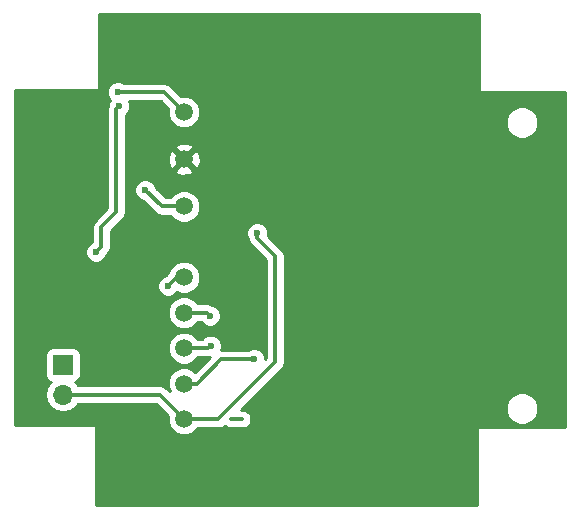
<source format=gbl>
G04 #@! TF.FileFunction,Copper,L2,Bot,Signal*
%FSLAX46Y46*%
G04 Gerber Fmt 4.6, Leading zero omitted, Abs format (unit mm)*
G04 Created by KiCad (PCBNEW 4.0.5) date 04/10/17 16:46:25*
%MOMM*%
%LPD*%
G01*
G04 APERTURE LIST*
%ADD10C,0.100000*%
%ADD11C,0.600000*%
%ADD12C,1.500000*%
%ADD13R,1.700000X1.700000*%
%ADD14O,1.700000X1.700000*%
%ADD15C,0.300000*%
%ADD16C,0.254000*%
G04 APERTURE END LIST*
D10*
D11*
X123893500Y-78506000D03*
X122893500Y-78506000D03*
X121893500Y-78506000D03*
X120893500Y-78506000D03*
X119893500Y-78506000D03*
X122806500Y-107401000D03*
X150431500Y-108267500D03*
X147828000Y-108077000D03*
X143764000Y-108077000D03*
X138684000Y-108077000D03*
X149352000Y-89344500D03*
X145605500Y-89344500D03*
X141668500Y-89344500D03*
X138684000Y-89344500D03*
X122150000Y-95750000D03*
X122650000Y-94850000D03*
X121650000Y-94850000D03*
X120647500Y-102489000D03*
X120647500Y-103718000D03*
X123317000Y-106680000D03*
X116332000Y-86487000D03*
X127508000Y-85471000D03*
X127508000Y-86995000D03*
X127508000Y-88646000D03*
X119700000Y-117300000D03*
X123700000Y-117300000D03*
X127700000Y-117300000D03*
X127700000Y-114300000D03*
X123700000Y-114300000D03*
X119700000Y-114300000D03*
X138700000Y-117300000D03*
X143700000Y-117300000D03*
X143700000Y-114300000D03*
X138700000Y-114300000D03*
X141700000Y-82300000D03*
X138700000Y-82300000D03*
X141700000Y-79300000D03*
X138700000Y-79300000D03*
X113281500Y-103083000D03*
X113281500Y-100543000D03*
X127550000Y-90150000D03*
X122425500Y-106680000D03*
X120647500Y-104902000D03*
X114170500Y-103083000D03*
X114170500Y-100543000D03*
D12*
X125000000Y-94000000D03*
X125000000Y-86000000D03*
X125000000Y-103000000D03*
X125000000Y-106000000D03*
X125000000Y-100000000D03*
X125000000Y-109000000D03*
X125000000Y-112000000D03*
X125000000Y-90000000D03*
D13*
X114742000Y-107401000D03*
D14*
X114742000Y-109941000D03*
D11*
X117550000Y-97850000D03*
X119380000Y-84328000D03*
X119507000Y-85471000D03*
X130937000Y-106934000D03*
X127254000Y-105791000D03*
X123632000Y-100733500D03*
X127199990Y-103251000D03*
X121700000Y-92600000D03*
X131191000Y-96266000D03*
D15*
X129900000Y-112000000D02*
X129000000Y-112000000D01*
X117983000Y-95758000D02*
X117983000Y-97417000D01*
X117983000Y-97417000D02*
X117550000Y-97850000D01*
X123328000Y-84328000D02*
X119380000Y-84328000D01*
X125000000Y-86000000D02*
X123328000Y-84328000D01*
X119253000Y-94488000D02*
X119253000Y-85725000D01*
X119253000Y-85725000D02*
X119507000Y-85471000D01*
X117983000Y-95758000D02*
X119253000Y-94488000D01*
X128126660Y-106934000D02*
X130937000Y-106934000D01*
X125000000Y-109000000D02*
X126060660Y-109000000D01*
X126060660Y-109000000D02*
X128126660Y-106934000D01*
X125000000Y-106000000D02*
X127045000Y-106000000D01*
X127045000Y-106000000D02*
X127254000Y-105791000D01*
X125000000Y-100000000D02*
X124365500Y-100000000D01*
X124365500Y-100000000D02*
X123632000Y-100733500D01*
X126948990Y-103000000D02*
X127199990Y-103251000D01*
X125000000Y-103000000D02*
X126948990Y-103000000D01*
X125000000Y-94000000D02*
X123100000Y-94000000D01*
X123100000Y-94000000D02*
X121700000Y-92600000D01*
X114742000Y-109941000D02*
X122941000Y-109941000D01*
X122941000Y-109941000D02*
X125000000Y-112000000D01*
X132715000Y-107188000D02*
X127903000Y-112000000D01*
X127903000Y-112000000D02*
X125000000Y-112000000D01*
X132715000Y-98214264D02*
X132715000Y-107188000D01*
X131191000Y-96266000D02*
X131191000Y-96690264D01*
X131191000Y-96690264D02*
X132715000Y-98214264D01*
X125000000Y-112000000D02*
X126060660Y-112000000D01*
D16*
G36*
X149973000Y-84200000D02*
X149981685Y-84246159D01*
X150008965Y-84288553D01*
X150050590Y-84316994D01*
X150100000Y-84327000D01*
X157290000Y-84327000D01*
X157290000Y-112673000D01*
X149900000Y-112673000D01*
X149853841Y-112681685D01*
X149811447Y-112708965D01*
X149783006Y-112750590D01*
X149773000Y-112800000D01*
X149773000Y-119290000D01*
X117527000Y-119290000D01*
X117527000Y-112600000D01*
X117518315Y-112553841D01*
X117491035Y-112511447D01*
X117449410Y-112483006D01*
X117400000Y-112473000D01*
X110710000Y-112473000D01*
X110710000Y-109941000D01*
X113227907Y-109941000D01*
X113340946Y-110509285D01*
X113662853Y-110991054D01*
X114144622Y-111312961D01*
X114712907Y-111426000D01*
X114771093Y-111426000D01*
X115339378Y-111312961D01*
X115821147Y-110991054D01*
X115998250Y-110726000D01*
X122615842Y-110726000D01*
X123615239Y-111725397D01*
X123614760Y-112274285D01*
X123825169Y-112783515D01*
X124214436Y-113173461D01*
X124723298Y-113384759D01*
X125274285Y-113385240D01*
X125783515Y-113174831D01*
X126173461Y-112785564D01*
X126173695Y-112785000D01*
X127903000Y-112785000D01*
X128203407Y-112725245D01*
X128451500Y-112559475D01*
X128699594Y-112725245D01*
X129000000Y-112785000D01*
X129900000Y-112785000D01*
X130200406Y-112725245D01*
X130455079Y-112555079D01*
X130625245Y-112300406D01*
X130685000Y-112000000D01*
X130625245Y-111699594D01*
X130455079Y-111444921D01*
X130349365Y-111374285D01*
X152214760Y-111374285D01*
X152425169Y-111883515D01*
X152814436Y-112273461D01*
X153323298Y-112484759D01*
X153874285Y-112485240D01*
X154383515Y-112274831D01*
X154773461Y-111885564D01*
X154984759Y-111376702D01*
X154985240Y-110825715D01*
X154774831Y-110316485D01*
X154385564Y-109926539D01*
X153876702Y-109715241D01*
X153325715Y-109714760D01*
X152816485Y-109925169D01*
X152426539Y-110314436D01*
X152215241Y-110823298D01*
X152214760Y-111374285D01*
X130349365Y-111374285D01*
X130200406Y-111274755D01*
X129900000Y-111215000D01*
X129798158Y-111215000D01*
X133270079Y-107743079D01*
X133440245Y-107488406D01*
X133500000Y-107188000D01*
X133500000Y-98214264D01*
X133440245Y-97913858D01*
X133270079Y-97659185D01*
X133270076Y-97659183D01*
X132107604Y-96496710D01*
X132125838Y-96452799D01*
X132126162Y-96080833D01*
X131984117Y-95737057D01*
X131721327Y-95473808D01*
X131377799Y-95331162D01*
X131005833Y-95330838D01*
X130662057Y-95472883D01*
X130398808Y-95735673D01*
X130256162Y-96079201D01*
X130255838Y-96451167D01*
X130397883Y-96794943D01*
X130434023Y-96831147D01*
X130465755Y-96990671D01*
X130635921Y-97245343D01*
X131930000Y-98539421D01*
X131930000Y-106862842D01*
X131872012Y-106920830D01*
X131872162Y-106748833D01*
X131730117Y-106405057D01*
X131467327Y-106141808D01*
X131123799Y-105999162D01*
X130751833Y-105998838D01*
X130408057Y-106140883D01*
X130399926Y-106149000D01*
X128126660Y-106149000D01*
X128116946Y-106150932D01*
X128188838Y-105977799D01*
X128189162Y-105605833D01*
X128047117Y-105262057D01*
X127784327Y-104998808D01*
X127440799Y-104856162D01*
X127068833Y-104855838D01*
X126725057Y-104997883D01*
X126507561Y-105215000D01*
X126173349Y-105215000D01*
X125785564Y-104826539D01*
X125276702Y-104615241D01*
X124725715Y-104614760D01*
X124216485Y-104825169D01*
X123826539Y-105214436D01*
X123615241Y-105723298D01*
X123614760Y-106274285D01*
X123825169Y-106783515D01*
X124214436Y-107173461D01*
X124723298Y-107384759D01*
X125274285Y-107385240D01*
X125783515Y-107174831D01*
X126173461Y-106785564D01*
X126173695Y-106785000D01*
X127045000Y-106785000D01*
X127195423Y-106755079D01*
X125954616Y-107995886D01*
X125785564Y-107826539D01*
X125276702Y-107615241D01*
X124725715Y-107614760D01*
X124216485Y-107825169D01*
X123826539Y-108214436D01*
X123615241Y-108723298D01*
X123614760Y-109274285D01*
X123776933Y-109666775D01*
X123496079Y-109385921D01*
X123241407Y-109215755D01*
X122941000Y-109156000D01*
X115998250Y-109156000D01*
X115821147Y-108890946D01*
X115779548Y-108863150D01*
X115827317Y-108854162D01*
X116043441Y-108715090D01*
X116188431Y-108502890D01*
X116239440Y-108251000D01*
X116239440Y-106551000D01*
X116195162Y-106315683D01*
X116056090Y-106099559D01*
X115843890Y-105954569D01*
X115592000Y-105903560D01*
X113892000Y-105903560D01*
X113656683Y-105947838D01*
X113440559Y-106086910D01*
X113295569Y-106299110D01*
X113244560Y-106551000D01*
X113244560Y-108251000D01*
X113288838Y-108486317D01*
X113427910Y-108702441D01*
X113640110Y-108847431D01*
X113707541Y-108861086D01*
X113662853Y-108890946D01*
X113340946Y-109372715D01*
X113227907Y-109941000D01*
X110710000Y-109941000D01*
X110710000Y-103274285D01*
X123614760Y-103274285D01*
X123825169Y-103783515D01*
X124214436Y-104173461D01*
X124723298Y-104384759D01*
X125274285Y-104385240D01*
X125783515Y-104174831D01*
X126173461Y-103785564D01*
X126173695Y-103785000D01*
X126411921Y-103785000D01*
X126669663Y-104043192D01*
X127013191Y-104185838D01*
X127385157Y-104186162D01*
X127728933Y-104044117D01*
X127992182Y-103781327D01*
X128134828Y-103437799D01*
X128135152Y-103065833D01*
X127993107Y-102722057D01*
X127730317Y-102458808D01*
X127386789Y-102316162D01*
X127311269Y-102316096D01*
X127249397Y-102274755D01*
X126948990Y-102215000D01*
X126173349Y-102215000D01*
X125785564Y-101826539D01*
X125276702Y-101615241D01*
X124725715Y-101614760D01*
X124216485Y-101825169D01*
X123826539Y-102214436D01*
X123615241Y-102723298D01*
X123614760Y-103274285D01*
X110710000Y-103274285D01*
X110710000Y-100918667D01*
X122696838Y-100918667D01*
X122838883Y-101262443D01*
X123101673Y-101525692D01*
X123445201Y-101668338D01*
X123817167Y-101668662D01*
X124160943Y-101526617D01*
X124424192Y-101263827D01*
X124425349Y-101261040D01*
X124723298Y-101384759D01*
X125274285Y-101385240D01*
X125783515Y-101174831D01*
X126173461Y-100785564D01*
X126384759Y-100276702D01*
X126385240Y-99725715D01*
X126174831Y-99216485D01*
X125785564Y-98826539D01*
X125276702Y-98615241D01*
X124725715Y-98614760D01*
X124216485Y-98825169D01*
X123826539Y-99214436D01*
X123674319Y-99581023D01*
X123456995Y-99798347D01*
X123446833Y-99798338D01*
X123103057Y-99940383D01*
X122839808Y-100203173D01*
X122697162Y-100546701D01*
X122696838Y-100918667D01*
X110710000Y-100918667D01*
X110710000Y-98035167D01*
X116614838Y-98035167D01*
X116756883Y-98378943D01*
X117019673Y-98642192D01*
X117363201Y-98784838D01*
X117735167Y-98785162D01*
X118078943Y-98643117D01*
X118342192Y-98380327D01*
X118484838Y-98036799D01*
X118484848Y-98025309D01*
X118538076Y-97972081D01*
X118538079Y-97972079D01*
X118708245Y-97717406D01*
X118768000Y-97417000D01*
X118768000Y-96083158D01*
X119808079Y-95043079D01*
X119978245Y-94788407D01*
X120038000Y-94488000D01*
X120038000Y-92785167D01*
X120764838Y-92785167D01*
X120906883Y-93128943D01*
X121169673Y-93392192D01*
X121513201Y-93534838D01*
X121524690Y-93534848D01*
X122544921Y-94555079D01*
X122799593Y-94725245D01*
X123100000Y-94785000D01*
X123826651Y-94785000D01*
X124214436Y-95173461D01*
X124723298Y-95384759D01*
X125274285Y-95385240D01*
X125783515Y-95174831D01*
X126173461Y-94785564D01*
X126384759Y-94276702D01*
X126385240Y-93725715D01*
X126174831Y-93216485D01*
X125785564Y-92826539D01*
X125276702Y-92615241D01*
X124725715Y-92614760D01*
X124216485Y-92825169D01*
X123826539Y-93214436D01*
X123826305Y-93215000D01*
X123425158Y-93215000D01*
X122635153Y-92424995D01*
X122635162Y-92414833D01*
X122493117Y-92071057D01*
X122230327Y-91807808D01*
X121886799Y-91665162D01*
X121514833Y-91664838D01*
X121171057Y-91806883D01*
X120907808Y-92069673D01*
X120765162Y-92413201D01*
X120764838Y-92785167D01*
X120038000Y-92785167D01*
X120038000Y-90971517D01*
X124208088Y-90971517D01*
X124276077Y-91212460D01*
X124795171Y-91397201D01*
X125345448Y-91369230D01*
X125723923Y-91212460D01*
X125791912Y-90971517D01*
X125000000Y-90179605D01*
X124208088Y-90971517D01*
X120038000Y-90971517D01*
X120038000Y-89795171D01*
X123602799Y-89795171D01*
X123630770Y-90345448D01*
X123787540Y-90723923D01*
X124028483Y-90791912D01*
X124820395Y-90000000D01*
X125179605Y-90000000D01*
X125971517Y-90791912D01*
X126212460Y-90723923D01*
X126397201Y-90204829D01*
X126369230Y-89654552D01*
X126212460Y-89276077D01*
X125971517Y-89208088D01*
X125179605Y-90000000D01*
X124820395Y-90000000D01*
X124028483Y-89208088D01*
X123787540Y-89276077D01*
X123602799Y-89795171D01*
X120038000Y-89795171D01*
X120038000Y-89028483D01*
X124208088Y-89028483D01*
X125000000Y-89820395D01*
X125791912Y-89028483D01*
X125723923Y-88787540D01*
X125204829Y-88602799D01*
X124654552Y-88630770D01*
X124276077Y-88787540D01*
X124208088Y-89028483D01*
X120038000Y-89028483D01*
X120038000Y-86262064D01*
X120299192Y-86001327D01*
X120441838Y-85657799D01*
X120442162Y-85285833D01*
X120370749Y-85113000D01*
X123002842Y-85113000D01*
X123615239Y-85725397D01*
X123614760Y-86274285D01*
X123825169Y-86783515D01*
X124214436Y-87173461D01*
X124723298Y-87384759D01*
X125274285Y-87385240D01*
X125783515Y-87174831D01*
X125784061Y-87174285D01*
X152214760Y-87174285D01*
X152425169Y-87683515D01*
X152814436Y-88073461D01*
X153323298Y-88284759D01*
X153874285Y-88285240D01*
X154383515Y-88074831D01*
X154773461Y-87685564D01*
X154984759Y-87176702D01*
X154985240Y-86625715D01*
X154774831Y-86116485D01*
X154385564Y-85726539D01*
X153876702Y-85515241D01*
X153325715Y-85514760D01*
X152816485Y-85725169D01*
X152426539Y-86114436D01*
X152215241Y-86623298D01*
X152214760Y-87174285D01*
X125784061Y-87174285D01*
X126173461Y-86785564D01*
X126384759Y-86276702D01*
X126385240Y-85725715D01*
X126174831Y-85216485D01*
X125785564Y-84826539D01*
X125276702Y-84615241D01*
X124725715Y-84614760D01*
X124725151Y-84614993D01*
X123883079Y-83772921D01*
X123628407Y-83602755D01*
X123328000Y-83543000D01*
X119917506Y-83543000D01*
X119910327Y-83535808D01*
X119566799Y-83393162D01*
X119194833Y-83392838D01*
X118851057Y-83534883D01*
X118587808Y-83797673D01*
X118445162Y-84141201D01*
X118444838Y-84513167D01*
X118586883Y-84856943D01*
X118701782Y-84972043D01*
X118572162Y-85284201D01*
X118572098Y-85358230D01*
X118527755Y-85424593D01*
X118518524Y-85471000D01*
X118468000Y-85725000D01*
X118468000Y-94162842D01*
X117427921Y-95202921D01*
X117257755Y-95457593D01*
X117257755Y-95457594D01*
X117198000Y-95758000D01*
X117198000Y-96983772D01*
X117021057Y-97056883D01*
X116757808Y-97319673D01*
X116615162Y-97663201D01*
X116614838Y-98035167D01*
X110710000Y-98035167D01*
X110710000Y-84127000D01*
X117700000Y-84127000D01*
X117746159Y-84118315D01*
X117788553Y-84091035D01*
X117816994Y-84049410D01*
X117827000Y-84000000D01*
X117827000Y-77710000D01*
X149973000Y-77710000D01*
X149973000Y-84200000D01*
X149973000Y-84200000D01*
G37*
X149973000Y-84200000D02*
X149981685Y-84246159D01*
X150008965Y-84288553D01*
X150050590Y-84316994D01*
X150100000Y-84327000D01*
X157290000Y-84327000D01*
X157290000Y-112673000D01*
X149900000Y-112673000D01*
X149853841Y-112681685D01*
X149811447Y-112708965D01*
X149783006Y-112750590D01*
X149773000Y-112800000D01*
X149773000Y-119290000D01*
X117527000Y-119290000D01*
X117527000Y-112600000D01*
X117518315Y-112553841D01*
X117491035Y-112511447D01*
X117449410Y-112483006D01*
X117400000Y-112473000D01*
X110710000Y-112473000D01*
X110710000Y-109941000D01*
X113227907Y-109941000D01*
X113340946Y-110509285D01*
X113662853Y-110991054D01*
X114144622Y-111312961D01*
X114712907Y-111426000D01*
X114771093Y-111426000D01*
X115339378Y-111312961D01*
X115821147Y-110991054D01*
X115998250Y-110726000D01*
X122615842Y-110726000D01*
X123615239Y-111725397D01*
X123614760Y-112274285D01*
X123825169Y-112783515D01*
X124214436Y-113173461D01*
X124723298Y-113384759D01*
X125274285Y-113385240D01*
X125783515Y-113174831D01*
X126173461Y-112785564D01*
X126173695Y-112785000D01*
X127903000Y-112785000D01*
X128203407Y-112725245D01*
X128451500Y-112559475D01*
X128699594Y-112725245D01*
X129000000Y-112785000D01*
X129900000Y-112785000D01*
X130200406Y-112725245D01*
X130455079Y-112555079D01*
X130625245Y-112300406D01*
X130685000Y-112000000D01*
X130625245Y-111699594D01*
X130455079Y-111444921D01*
X130349365Y-111374285D01*
X152214760Y-111374285D01*
X152425169Y-111883515D01*
X152814436Y-112273461D01*
X153323298Y-112484759D01*
X153874285Y-112485240D01*
X154383515Y-112274831D01*
X154773461Y-111885564D01*
X154984759Y-111376702D01*
X154985240Y-110825715D01*
X154774831Y-110316485D01*
X154385564Y-109926539D01*
X153876702Y-109715241D01*
X153325715Y-109714760D01*
X152816485Y-109925169D01*
X152426539Y-110314436D01*
X152215241Y-110823298D01*
X152214760Y-111374285D01*
X130349365Y-111374285D01*
X130200406Y-111274755D01*
X129900000Y-111215000D01*
X129798158Y-111215000D01*
X133270079Y-107743079D01*
X133440245Y-107488406D01*
X133500000Y-107188000D01*
X133500000Y-98214264D01*
X133440245Y-97913858D01*
X133270079Y-97659185D01*
X133270076Y-97659183D01*
X132107604Y-96496710D01*
X132125838Y-96452799D01*
X132126162Y-96080833D01*
X131984117Y-95737057D01*
X131721327Y-95473808D01*
X131377799Y-95331162D01*
X131005833Y-95330838D01*
X130662057Y-95472883D01*
X130398808Y-95735673D01*
X130256162Y-96079201D01*
X130255838Y-96451167D01*
X130397883Y-96794943D01*
X130434023Y-96831147D01*
X130465755Y-96990671D01*
X130635921Y-97245343D01*
X131930000Y-98539421D01*
X131930000Y-106862842D01*
X131872012Y-106920830D01*
X131872162Y-106748833D01*
X131730117Y-106405057D01*
X131467327Y-106141808D01*
X131123799Y-105999162D01*
X130751833Y-105998838D01*
X130408057Y-106140883D01*
X130399926Y-106149000D01*
X128126660Y-106149000D01*
X128116946Y-106150932D01*
X128188838Y-105977799D01*
X128189162Y-105605833D01*
X128047117Y-105262057D01*
X127784327Y-104998808D01*
X127440799Y-104856162D01*
X127068833Y-104855838D01*
X126725057Y-104997883D01*
X126507561Y-105215000D01*
X126173349Y-105215000D01*
X125785564Y-104826539D01*
X125276702Y-104615241D01*
X124725715Y-104614760D01*
X124216485Y-104825169D01*
X123826539Y-105214436D01*
X123615241Y-105723298D01*
X123614760Y-106274285D01*
X123825169Y-106783515D01*
X124214436Y-107173461D01*
X124723298Y-107384759D01*
X125274285Y-107385240D01*
X125783515Y-107174831D01*
X126173461Y-106785564D01*
X126173695Y-106785000D01*
X127045000Y-106785000D01*
X127195423Y-106755079D01*
X125954616Y-107995886D01*
X125785564Y-107826539D01*
X125276702Y-107615241D01*
X124725715Y-107614760D01*
X124216485Y-107825169D01*
X123826539Y-108214436D01*
X123615241Y-108723298D01*
X123614760Y-109274285D01*
X123776933Y-109666775D01*
X123496079Y-109385921D01*
X123241407Y-109215755D01*
X122941000Y-109156000D01*
X115998250Y-109156000D01*
X115821147Y-108890946D01*
X115779548Y-108863150D01*
X115827317Y-108854162D01*
X116043441Y-108715090D01*
X116188431Y-108502890D01*
X116239440Y-108251000D01*
X116239440Y-106551000D01*
X116195162Y-106315683D01*
X116056090Y-106099559D01*
X115843890Y-105954569D01*
X115592000Y-105903560D01*
X113892000Y-105903560D01*
X113656683Y-105947838D01*
X113440559Y-106086910D01*
X113295569Y-106299110D01*
X113244560Y-106551000D01*
X113244560Y-108251000D01*
X113288838Y-108486317D01*
X113427910Y-108702441D01*
X113640110Y-108847431D01*
X113707541Y-108861086D01*
X113662853Y-108890946D01*
X113340946Y-109372715D01*
X113227907Y-109941000D01*
X110710000Y-109941000D01*
X110710000Y-103274285D01*
X123614760Y-103274285D01*
X123825169Y-103783515D01*
X124214436Y-104173461D01*
X124723298Y-104384759D01*
X125274285Y-104385240D01*
X125783515Y-104174831D01*
X126173461Y-103785564D01*
X126173695Y-103785000D01*
X126411921Y-103785000D01*
X126669663Y-104043192D01*
X127013191Y-104185838D01*
X127385157Y-104186162D01*
X127728933Y-104044117D01*
X127992182Y-103781327D01*
X128134828Y-103437799D01*
X128135152Y-103065833D01*
X127993107Y-102722057D01*
X127730317Y-102458808D01*
X127386789Y-102316162D01*
X127311269Y-102316096D01*
X127249397Y-102274755D01*
X126948990Y-102215000D01*
X126173349Y-102215000D01*
X125785564Y-101826539D01*
X125276702Y-101615241D01*
X124725715Y-101614760D01*
X124216485Y-101825169D01*
X123826539Y-102214436D01*
X123615241Y-102723298D01*
X123614760Y-103274285D01*
X110710000Y-103274285D01*
X110710000Y-100918667D01*
X122696838Y-100918667D01*
X122838883Y-101262443D01*
X123101673Y-101525692D01*
X123445201Y-101668338D01*
X123817167Y-101668662D01*
X124160943Y-101526617D01*
X124424192Y-101263827D01*
X124425349Y-101261040D01*
X124723298Y-101384759D01*
X125274285Y-101385240D01*
X125783515Y-101174831D01*
X126173461Y-100785564D01*
X126384759Y-100276702D01*
X126385240Y-99725715D01*
X126174831Y-99216485D01*
X125785564Y-98826539D01*
X125276702Y-98615241D01*
X124725715Y-98614760D01*
X124216485Y-98825169D01*
X123826539Y-99214436D01*
X123674319Y-99581023D01*
X123456995Y-99798347D01*
X123446833Y-99798338D01*
X123103057Y-99940383D01*
X122839808Y-100203173D01*
X122697162Y-100546701D01*
X122696838Y-100918667D01*
X110710000Y-100918667D01*
X110710000Y-98035167D01*
X116614838Y-98035167D01*
X116756883Y-98378943D01*
X117019673Y-98642192D01*
X117363201Y-98784838D01*
X117735167Y-98785162D01*
X118078943Y-98643117D01*
X118342192Y-98380327D01*
X118484838Y-98036799D01*
X118484848Y-98025309D01*
X118538076Y-97972081D01*
X118538079Y-97972079D01*
X118708245Y-97717406D01*
X118768000Y-97417000D01*
X118768000Y-96083158D01*
X119808079Y-95043079D01*
X119978245Y-94788407D01*
X120038000Y-94488000D01*
X120038000Y-92785167D01*
X120764838Y-92785167D01*
X120906883Y-93128943D01*
X121169673Y-93392192D01*
X121513201Y-93534838D01*
X121524690Y-93534848D01*
X122544921Y-94555079D01*
X122799593Y-94725245D01*
X123100000Y-94785000D01*
X123826651Y-94785000D01*
X124214436Y-95173461D01*
X124723298Y-95384759D01*
X125274285Y-95385240D01*
X125783515Y-95174831D01*
X126173461Y-94785564D01*
X126384759Y-94276702D01*
X126385240Y-93725715D01*
X126174831Y-93216485D01*
X125785564Y-92826539D01*
X125276702Y-92615241D01*
X124725715Y-92614760D01*
X124216485Y-92825169D01*
X123826539Y-93214436D01*
X123826305Y-93215000D01*
X123425158Y-93215000D01*
X122635153Y-92424995D01*
X122635162Y-92414833D01*
X122493117Y-92071057D01*
X122230327Y-91807808D01*
X121886799Y-91665162D01*
X121514833Y-91664838D01*
X121171057Y-91806883D01*
X120907808Y-92069673D01*
X120765162Y-92413201D01*
X120764838Y-92785167D01*
X120038000Y-92785167D01*
X120038000Y-90971517D01*
X124208088Y-90971517D01*
X124276077Y-91212460D01*
X124795171Y-91397201D01*
X125345448Y-91369230D01*
X125723923Y-91212460D01*
X125791912Y-90971517D01*
X125000000Y-90179605D01*
X124208088Y-90971517D01*
X120038000Y-90971517D01*
X120038000Y-89795171D01*
X123602799Y-89795171D01*
X123630770Y-90345448D01*
X123787540Y-90723923D01*
X124028483Y-90791912D01*
X124820395Y-90000000D01*
X125179605Y-90000000D01*
X125971517Y-90791912D01*
X126212460Y-90723923D01*
X126397201Y-90204829D01*
X126369230Y-89654552D01*
X126212460Y-89276077D01*
X125971517Y-89208088D01*
X125179605Y-90000000D01*
X124820395Y-90000000D01*
X124028483Y-89208088D01*
X123787540Y-89276077D01*
X123602799Y-89795171D01*
X120038000Y-89795171D01*
X120038000Y-89028483D01*
X124208088Y-89028483D01*
X125000000Y-89820395D01*
X125791912Y-89028483D01*
X125723923Y-88787540D01*
X125204829Y-88602799D01*
X124654552Y-88630770D01*
X124276077Y-88787540D01*
X124208088Y-89028483D01*
X120038000Y-89028483D01*
X120038000Y-86262064D01*
X120299192Y-86001327D01*
X120441838Y-85657799D01*
X120442162Y-85285833D01*
X120370749Y-85113000D01*
X123002842Y-85113000D01*
X123615239Y-85725397D01*
X123614760Y-86274285D01*
X123825169Y-86783515D01*
X124214436Y-87173461D01*
X124723298Y-87384759D01*
X125274285Y-87385240D01*
X125783515Y-87174831D01*
X125784061Y-87174285D01*
X152214760Y-87174285D01*
X152425169Y-87683515D01*
X152814436Y-88073461D01*
X153323298Y-88284759D01*
X153874285Y-88285240D01*
X154383515Y-88074831D01*
X154773461Y-87685564D01*
X154984759Y-87176702D01*
X154985240Y-86625715D01*
X154774831Y-86116485D01*
X154385564Y-85726539D01*
X153876702Y-85515241D01*
X153325715Y-85514760D01*
X152816485Y-85725169D01*
X152426539Y-86114436D01*
X152215241Y-86623298D01*
X152214760Y-87174285D01*
X125784061Y-87174285D01*
X126173461Y-86785564D01*
X126384759Y-86276702D01*
X126385240Y-85725715D01*
X126174831Y-85216485D01*
X125785564Y-84826539D01*
X125276702Y-84615241D01*
X124725715Y-84614760D01*
X124725151Y-84614993D01*
X123883079Y-83772921D01*
X123628407Y-83602755D01*
X123328000Y-83543000D01*
X119917506Y-83543000D01*
X119910327Y-83535808D01*
X119566799Y-83393162D01*
X119194833Y-83392838D01*
X118851057Y-83534883D01*
X118587808Y-83797673D01*
X118445162Y-84141201D01*
X118444838Y-84513167D01*
X118586883Y-84856943D01*
X118701782Y-84972043D01*
X118572162Y-85284201D01*
X118572098Y-85358230D01*
X118527755Y-85424593D01*
X118518524Y-85471000D01*
X118468000Y-85725000D01*
X118468000Y-94162842D01*
X117427921Y-95202921D01*
X117257755Y-95457593D01*
X117257755Y-95457594D01*
X117198000Y-95758000D01*
X117198000Y-96983772D01*
X117021057Y-97056883D01*
X116757808Y-97319673D01*
X116615162Y-97663201D01*
X116614838Y-98035167D01*
X110710000Y-98035167D01*
X110710000Y-84127000D01*
X117700000Y-84127000D01*
X117746159Y-84118315D01*
X117788553Y-84091035D01*
X117816994Y-84049410D01*
X117827000Y-84000000D01*
X117827000Y-77710000D01*
X149973000Y-77710000D01*
X149973000Y-84200000D01*
M02*

</source>
